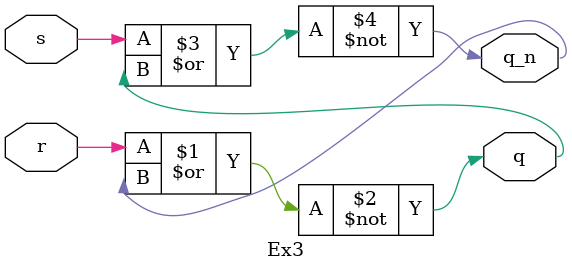
<source format=v>
module Ex3
(
input s,
input r,
output q,
output q_n
);
assign q = ~ ( r | q_n ) ;
assign q_n = ~ ( s | q ) ;
endmodule
</source>
